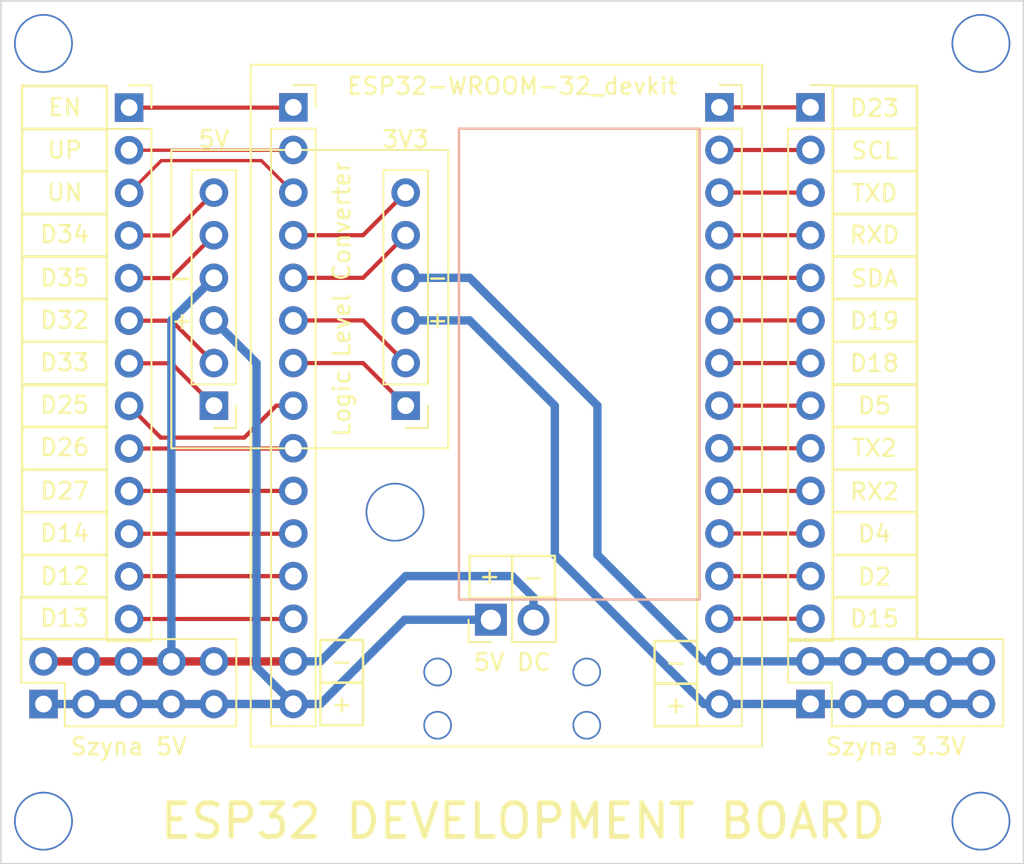
<source format=kicad_pcb>
(kicad_pcb (version 20211014) (generator pcbnew)
  (layers (0 "F.Cu" signal) (31 "B.Cu" signal) (34 "B.Paste" user) (35 "F.Paste" user) (36 "B.SilkS" user "B.Silkscreen") (37 "F.SilkS" user "F.Silkscreen") (38 "B.Mask" user) (39 "F.Mask" user) (44 "Edge.Cuts" user))
  (net 0 "")
  (net 1 "GND")
  (net 2 "5V")
  (net 3 "EN")
  (net 4 "UP")
  (net 5 "UN")
  (net 6 "D34_H")
  (net 7 "D35_H")
  (net 8 "D32_H")
  (net 9 "D33_H")
  (net 10 "D25")
  (net 11 "D26")
  (net 12 "D27")
  (net 13 "D14")
  (net 14 "D12")
  (net 15 "D13")
  (net 16 "D23")
  (net 17 "SCL")
  (net 18 "TXD")
  (net 19 "RXD")
  (net 20 "SDA")
  (net 21 "D19")
  (net 22 "D18")
  (net 23 "D5")
  (net 24 "TX2")
  (net 25 "RX2")
  (net 26 "D4")
  (net 27 "D2")
  (net 28 "D15")
  (net 29 "3V3")
  (net 30 "D33")
  (net 31 "D32")
  (net 32 "D35")
  (net 33 "D34")
  (footprint "my_Footprints:logic_level_converter" (layer "F.Cu") (at 118.11 101.6 180)
    (fp_text reference "Logic Level Converter" (at 5.08 6.35 90) (layer "F.SilkS"))
    (fp_text value "Logic_Level_Converter")
    (fp_line (start -0.06 1.27) (end -0.06 14.03) (layer "F.SilkS") (width 0.12))
    (fp_line (start -0.06 14.03) (end 2.6 14.03) (layer "F.SilkS") (width 0.12))
    (fp_line (start -0.06 1.27) (end 2.6 1.27) (layer "F.SilkS") (width 0.12))
    (fp_line (start 11.37 0) (end 11.37 -1.33) (layer "F.SilkS") (width 0.12))
    (fp_line (start -0.06 -1.33) (end 1.27 -1.33) (layer "F.SilkS") (width 0.12))
    (fp_line (start 14.03 1.27) (end 14.03 14.03) (layer "F.SilkS") (width 0.12))
    (fp_line (start -0.06 0) (end -0.06 -1.33) (layer "F.SilkS") (width 0.12))
    (fp_line (start 11.37 -1.33) (end 12.7 -1.33) (layer "F.SilkS") (width 0.12))
    (fp_line (start 11.37 1.27) (end 14.03 1.27) (layer "F.SilkS") (width 0.12))
    (fp_line (start 2.6 1.27) (end 2.6 14.03) (layer "F.SilkS") (width 0.12))
    (fp_line (start 11.37 1.27) (end 11.37 14.03) (layer "F.SilkS") (width 0.12))
    (fp_line (start 11.37 14.03) (end 14.03 14.03) (layer "F.SilkS") (width 0.12))
    (fp_rect (start -1.27 -2.54) (end 15.24 15.24) (layer "F.SilkS") (width 0.12) (fill none))
    (pad "1" thru_hole rect (at 1.27 0 180) (size 1.7 1.7) (drill 1) (layers *.Cu *.Mask) (net 30 "D33"))
    (pad "2" thru_hole oval (at 1.27 2.54 180) (size 1.7 1.7) (drill 1) (layers *.Cu *.Mask) (net 31 "D32"))
    (pad "3" thru_hole oval (at 1.27 5.08 180) (size 1.7 1.7) (drill 1) (layers *.Cu *.Mask) (net 29 "3V3"))
    (pad "4" thru_hole oval (at 1.27 7.62 180) (size 1.7 1.7) (drill 1) (layers *.Cu *.Mask) (net 1 "GND"))
    (pad "5" thru_hole oval (at 1.27 10.16 180) (size 1.7 1.7) (drill 1) (layers *.Cu *.Mask) (net 32 "D35"))
    (pad "6" thru_hole oval (at 1.27 12.7 180) (size 1.7 1.7) (drill 1) (layers *.Cu *.Mask) (net 33 "D34"))
    (pad "7" thru_hole rect (at 12.7 0 180) (size 1.7 1.7) (drill 1) (layers *.Cu *.Mask) (net 9 "D33_H"))
    (pad "8" thru_hole oval (at 12.7 2.54 180) (size 1.7 1.7) (drill 1) (layers *.Cu *.Mask) (net 8 "D32_H"))
    (pad "9" thru_hole oval (at 12.7 5.08 180) (size 1.7 1.7) (drill 1) (layers *.Cu *.Mask) (net 2 "5V"))
    (pad "10" thru_hole oval (at 12.7 7.62 180) (size 1.7 1.7) (drill 1) (layers *.Cu *.Mask) (net 1 "GND"))
    (pad "11" thru_hole oval (at 12.7 10.16 180) (size 1.7 1.7) (drill 1) (layers *.Cu *.Mask) (net 7 "D35_H"))
    (pad "12" thru_hole oval (at 12.7 12.7 180) (size 1.7 1.7) (drill 1) (layers *.Cu *.Mask) (net 6 "D34_H"))
  )
  (footprint "Connector_PinSocket_2.54mm:PinSocket_1x13_P2.54mm_Vertical" (layer "F.Cu") (at 140.97 83.82)
    (fp_text reference "J5" hide)
    (fp_text value "Conn_01x13")
    (fp_line (start 0 -1.33) (end 1.33 -1.33) (layer "F.SilkS") (width 0.12))
    (fp_line (start -1.33 1.27) (end -1.33 31.81) (layer "F.SilkS") (width 0.12))
    (fp_line (start 1.33 -1.33) (end 1.33 0) (layer "F.SilkS") (width 0.12))
    (fp_line (start -1.33 31.81) (end 1.33 31.81) (layer "F.SilkS") (width 0.12))
    (fp_line (start 1.33 1.27) (end 1.33 31.81) (layer "F.SilkS") (width 0.12))
    (fp_line (start -1.33 1.27) (end 1.33 1.27) (layer "F.SilkS") (width 0.12))
    (pad "1" thru_hole rect (at 0 0) (size 1.7 1.7) (drill 1) (layers *.Cu *.Mask) (net 16 "D23"))
    (pad "2" thru_hole oval (at 0 2.54) (size 1.7 1.7) (drill 1) (layers *.Cu *.Mask) (net 17 "SCL"))
    (pad "3" thru_hole oval (at 0 5.08) (size 1.7 1.7) (drill 1) (layers *.Cu *.Mask) (net 18 "TXD"))
    (pad "4" thru_hole oval (at 0 7.62) (size 1.7 1.7) (drill 1) (layers *.Cu *.Mask) (net 19 "RXD"))
    (pad "5" thru_hole oval (at 0 10.16) (size 1.7 1.7) (drill 1) (layers *.Cu *.Mask) (net 20 "SDA"))
    (pad "6" thru_hole oval (at 0 12.7) (size 1.7 1.7) (drill 1) (layers *.Cu *.Mask) (net 21 "D19"))
    (pad "7" thru_hole oval (at 0 15.24) (size 1.7 1.7) (drill 1) (layers *.Cu *.Mask) (net 22 "D18"))
    (pad "8" thru_hole oval (at 0 17.78) (size 1.7 1.7) (drill 1) (layers *.Cu *.Mask) (net 23 "D5"))
    (pad "9" thru_hole oval (at 0 20.32) (size 1.7 1.7) (drill 1) (layers *.Cu *.Mask) (net 24 "TX2"))
    (pad "10" thru_hole oval (at 0 22.86) (size 1.7 1.7) (drill 1) (layers *.Cu *.Mask) (net 25 "RX2"))
    (pad "11" thru_hole oval (at 0 25.4) (size 1.7 1.7) (drill 1) (layers *.Cu *.Mask) (net 26 "D4"))
    (pad "12" thru_hole oval (at 0 27.94) (size 1.7 1.7) (drill 1) (layers *.Cu *.Mask) (net 27 "D2"))
    (pad "13" thru_hole oval (at 0 30.48) (size 1.7 1.7) (drill 1) (layers *.Cu *.Mask) (net 28 "D15"))
  )
  (footprint "Connector_PinSocket_2.54mm:PinSocket_1x13_P2.54mm_Vertical" (layer "F.Cu") (at 100.355 83.835)
    (fp_text reference "J4" hide)
    (fp_text value "Conn_01x13")
    (fp_line (start -1.33 31.81) (end 1.33 31.81) (layer "F.SilkS") (width 0.12))
    (fp_line (start 0 -1.33) (end 1.33 -1.33) (layer "F.SilkS") (width 0.12))
    (fp_line (start 1.33 -1.33) (end 1.33 0) (layer "F.SilkS") (width 0.12))
    (fp_line (start 1.33 1.27) (end 1.33 31.81) (layer "F.SilkS") (width 0.12))
    (fp_line (start -1.33 1.27) (end -1.33 31.81) (layer "F.SilkS") (width 0.12))
    (fp_line (start -1.33 1.27) (end 1.33 1.27) (layer "F.SilkS") (width 0.12))
    (pad "1" thru_hole rect (at 0 0) (size 1.7 1.7) (drill 1) (layers *.Cu *.Mask) (net 3 "EN"))
    (pad "2" thru_hole oval (at 0 2.54) (size 1.7 1.7) (drill 1) (layers *.Cu *.Mask) (net 4 "UP"))
    (pad "3" thru_hole oval (at 0 5.08) (size 1.7 1.7) (drill 1) (layers *.Cu *.Mask) (net 5 "UN"))
    (pad "4" thru_hole oval (at 0 7.62) (size 1.7 1.7) (drill 1) (layers *.Cu *.Mask) (net 6 "D34_H"))
    (pad "5" thru_hole oval (at 0 10.16) (size 1.7 1.7) (drill 1) (layers *.Cu *.Mask) (net 7 "D35_H"))
    (pad "6" thru_hole oval (at 0 12.7) (size 1.7 1.7) (drill 1) (layers *.Cu *.Mask) (net 8 "D32_H"))
    (pad "7" thru_hole oval (at 0 15.24) (size 1.7 1.7) (drill 1) (layers *.Cu *.Mask) (net 9 "D33_H"))
    (pad "8" thru_hole oval (at 0 17.78) (size 1.7 1.7) (drill 1) (layers *.Cu *.Mask) (net 10 "D25"))
    (pad "9" thru_hole oval (at 0 20.32) (size 1.7 1.7) (drill 1) (layers *.Cu *.Mask) (net 11 "D26"))
    (pad "10" thru_hole oval (at 0 22.86) (size 1.7 1.7) (drill 1) (layers *.Cu *.Mask) (net 12 "D27"))
    (pad "11" thru_hole oval (at 0 25.4) (size 1.7 1.7) (drill 1) (layers *.Cu *.Mask) (net 13 "D14"))
    (pad "12" thru_hole oval (at 0 27.94) (size 1.7 1.7) (drill 1) (layers *.Cu *.Mask) (net 14 "D12"))
    (pad "13" thru_hole oval (at 0 30.48) (size 1.7 1.7) (drill 1) (layers *.Cu *.Mask) (net 15 "D13"))
  )
  (footprint "my_Footprints:PinHeader_2x05_P2.54mm_Vertical" (layer "F.Cu") (at 140.97 119.38 90)
    (fp_text reference "Szyna 3.3V" (at -2.54 5.08 180) (layer "F.SilkS"))
    (fp_text value "Szyna 3.3V")
    (fp_line (start 1.27 1.27) (end 1.27 -1.33) (layer "F.SilkS") (width 0.12))
    (fp_line (start -1.33 1.27) (end -1.33 11.49) (layer "F.SilkS") (width 0.12))
    (fp_line (start -1.33 11.49) (end 3.87 11.49) (layer "F.SilkS") (width 0.12))
    (fp_line (start 3.87 -1.33) (end 3.87 11.49) (layer "F.SilkS") (width 0.12))
    (fp_line (start -1.33 1.27) (end 1.27 1.27) (layer "F.SilkS") (width 0.12))
    (fp_line (start 1.27 -1.33) (end 3.87 -1.33) (layer "F.SilkS") (width 0.12))
    (pad "1" thru_hole rect (at 0 0 90) (size 1.7 1.7) (drill 1) (layers *.Cu *.Mask) (net 29 "3V3"))
    (pad "2" thru_hole oval (at 2.54 0 90) (size 1.7 1.7) (drill 1) (layers *.Cu *.Mask) (net 1 "GND"))
    (pad "3" thru_hole oval (at 0 2.54 90) (size 1.7 1.7) (drill 1) (layers *.Cu *.Mask) (net 29 "3V3"))
    (pad "4" thru_hole oval (at 2.54 2.54 90) (size 1.7 1.7) (drill 1) (layers *.Cu *.Mask) (net 1 "GND"))
    (pad "5" thru_hole oval (at 0 5.08 90) (size 1.7 1.7) (drill 1) (layers *.Cu *.Mask) (net 29 "3V3"))
    (pad "6" thru_hole oval (at 2.54 5.08 90) (size 1.7 1.7) (drill 1) (layers *.Cu *.Mask) (net 1 "GND"))
    (pad "7" thru_hole oval (at 0 7.62 90) (size 1.7 1.7) (drill 1) (layers *.Cu *.Mask) (net 29 "3V3"))
    (pad "8" thru_hole oval (at 2.54 7.62 90) (size 1.7 1.7) (drill 1) (layers *.Cu *.Mask) (net 1 "GND"))
    (pad "9" thru_hole oval (at 0 10.16 90) (size 1.7 1.7) (drill 1) (layers *.Cu *.Mask) (net 29 "3V3"))
    (pad "10" thru_hole oval (at 2.54 10.16 90) (size 1.7 1.7) (drill 1) (layers *.Cu *.Mask) (net 1 "GND"))
  )
  (footprint "Connector_PinHeader_2.54mm:PinHeader_1x02_P2.54mm_Vertical" (layer "F.Cu") (at 121.92 114.36 90)
    (fp_text reference "5V DC" (at -2.54 1.27 180) (layer "F.SilkS"))
    (fp_text value "5V DC")
    (fp_line (start -1.33 0) (end -1.33 -1.33) (layer "F.SilkS") (width 0.12))
    (fp_line (start -1.33 1.27) (end 1.33 1.27) (layer "F.SilkS") (width 0.12))
    (fp_line (start -1.33 -1.33) (end 0 -1.33) (layer "F.SilkS") (width 0.12))
    (fp_line (start -1.33 1.27) (end -1.33 3.87) (layer "F.SilkS") (width 0.12))
    (fp_line (start 1.33 1.27) (end 1.33 3.87) (layer "F.SilkS") (width 0.12))
    (fp_line (start -1.33 3.87) (end 1.33 3.87) (layer "F.SilkS") (width 0.12))
    (pad "1" thru_hole rect (at 0 0 90) (size 1.9 1.9) (drill 1.2) (layers *.Cu *.Mask) (net 2 "5V"))
    (pad "2" thru_hole oval (at 0 2.54 90) (size 1.9 1.9) (drill 1.2) (layers *.Cu *.Mask) (net 1 "GND"))
  )
  (footprint "my_Footprints:PinHeader_2x05_P2.54mm_Vertical" (layer "F.Cu") (at 95.255 119.385 90)
    (fp_text reference "Szyna 5V" (at -2.535 5.075 180) (layer "F.SilkS"))
    (fp_text value "Szyna 5V")
    (fp_line (start 3.87 -1.33) (end 3.87 11.49) (layer "F.SilkS") (width 0.12))
    (fp_line (start -1.33 1.27) (end 1.27 1.27) (layer "F.SilkS") (width 0.12))
    (fp_line (start 1.27 -1.33) (end 3.87 -1.33) (layer "F.SilkS") (width 0.12))
    (fp_line (start -1.33 1.27) (end -1.33 11.49) (layer "F.SilkS") (width 0.12))
    (fp_line (start 1.27 1.27) (end 1.27 -1.33) (layer "F.SilkS") (width 0.12))
    (fp_line (start -1.33 11.49) (end 3.87 11.49) (layer "F.SilkS") (width 0.12))
    (pad "1" thru_hole rect (at 0 0 90) (size 1.7 1.7) (drill 1) (layers *.Cu *.Mask) (net 2 "5V"))
    (pad "2" thru_hole oval (at 2.54 0 90) (size 1.7 1.7) (drill 1) (layers *.Cu *.Mask) (net 1 "GND"))
    (pad "3" thru_hole oval (at 0 2.54 90) (size 1.7 1.7) (drill 1) (layers *.Cu *.Mask) (net 2 "5V"))
    (pad "4" thru_hole oval (at 2.54 2.54 90) (size 1.7 1.7) (drill 1) (layers *.Cu *.Mask) (net 1 "GND"))
    (pad "5" thru_hole oval (at 0 5.08 90) (size 1.7 1.7) (drill 1) (layers *.Cu *.Mask) (net 2 "5V"))
    (pad "6" thru_hole oval (at 2.54 5.08 90) (size 1.7 1.7) (drill 1) (layers *.Cu *.Mask) (net 1 "GND"))
    (pad "7" thru_hole oval (at 0 7.62 90) (size 1.7 1.7) (drill 1) (layers *.Cu *.Mask) (net 2 "5V"))
    (pad "8" thru_hole oval (at 2.54 7.62 90) (size 1.7 1.7) (drill 1) (layers *.Cu *.Mask) (net 1 "GND"))
    (pad "9" thru_hole oval (at 0 10.16 90) (size 1.7 1.7) (drill 1) (layers *.Cu *.Mask) (net 2 "5V"))
    (pad "10" thru_hole oval (at 2.54 10.16 90) (size 1.7 1.7) (drill 1) (layers *.Cu *.Mask) (net 1 "GND"))
  )
  (footprint "my_Footprints:esp32-wroom-devkit-v2" (layer "F.Cu") (at 110.145 83.82)
    (fp_text reference "ESP32-WROOM-32_devkit" (at 13.045 -1.27) (layer "F.SilkS"))
    (fp_text value "ESP32-WROOM-32_devkit")
    (fp_line (start 24.07 1.27) (end 24.07 36.89) (layer "F.SilkS") (width 0.12))
    (fp_line (start 1.33 -1.33) (end 1.33 0) (layer "F.SilkS") (width 0.12))
    (fp_line (start 24.07 1.27) (end 26.73 1.27) (layer "F.SilkS") (width 0.12))
    (fp_line (start 26.73 -1.33) (end 26.73 0) (layer "F.SilkS") (width 0.12))
    (fp_line (start 1.33 1.27) (end 1.33 36.89) (layer "F.SilkS") (width 0.12))
    (fp_line (start -1.33 1.27) (end -1.33 36.89) (layer "F.SilkS") (width 0.12))
    (fp_line (start 26.73 1.27) (end 26.73 36.89) (layer "F.SilkS") (width 0.12))
    (fp_line (start 25.4 -1.33) (end 26.73 -1.33) (layer "F.SilkS") (width 0.12))
    (fp_line (start 0 -1.33) (end 1.33 -1.33) (layer "F.SilkS") (width 0.12))
    (fp_line (start -1.33 1.27) (end 1.33 1.27) (layer "F.SilkS") (width 0.12))
    (fp_line (start 24.07 36.89) (end 26.73 36.89) (layer "F.SilkS") (width 0.12))
    (fp_line (start -1.33 36.89) (end 1.33 36.89) (layer "F.SilkS") (width 0.12))
    (fp_rect (start -2.54 -2.54) (end 27.94 38.1) (layer "F.SilkS") (width 0.12) (fill none))
    (pad "1" thru_hole rect (at 0 0) (size 1.7 1.7) (drill 1) (layers *.Cu *.Mask) (net 3 "EN"))
    (pad "2" thru_hole oval (at 0 2.54) (size 1.7 1.7) (drill 1) (layers *.Cu *.Mask) (net 4 "UP"))
    (pad "3" thru_hole oval (at 0 5.08) (size 1.7 1.7) (drill 1) (layers *.Cu *.Mask) (net 5 "UN"))
    (pad "4" thru_hole oval (at 0 7.62) (size 1.7 1.7) (drill 1) (layers *.Cu *.Mask) (net 33 "D34"))
    (pad "5" thru_hole oval (at 0 10.16) (size 1.7 1.7) (drill 1) (layers *.Cu *.Mask) (net 32 "D35"))
    (pad "6" thru_hole oval (at 0 12.7) (size 1.7 1.7) (drill 1) (layers *.Cu *.Mask) (net 31 "D32"))
    (pad "7" thru_hole oval (at 0 15.24) (size 1.7 1.7) (drill 1) (layers *.Cu *.Mask) (net 30 "D33"))
    (pad "8" thru_hole oval (at 0 17.78) (size 1.7 1.7) (drill 1) (layers *.Cu *.Mask) (net 10 "D25"))
    (pad "9" thru_hole oval (at 0 20.32) (size 1.7 1.7) (drill 1) (layers *.Cu *.Mask) (net 11 "D26"))
    (pad "10" thru_hole oval (at 0 22.86) (size 1.7 1.7) (drill 1) (layers *.Cu *.Mask) (net 12 "D27"))
    (pad "11" thru_hole oval (at 0 25.4) (size 1.7 1.7) (drill 1) (layers *.Cu *.Mask) (net 13 "D14"))
    (pad "12" thru_hole oval (at 0 27.94) (size 1.7 1.7) (drill 1) (layers *.Cu *.Mask) (net 14 "D12"))
    (pad "13" thru_hole oval (at 0 30.48) (size 1.7 1.7) (drill 1) (layers *.Cu *.Mask) (net 15 "D13"))
    (pad "14" thru_hole oval (at 0 33.02) (size 1.7 1.7) (drill 1) (layers *.Cu *.Mask) (net 1 "GND"))
    (pad "15" thru_hole oval (at 0 35.56) (size 1.7 1.7) (drill 1) (layers *.Cu *.Mask) (net 2 "5V"))
    (pad "16" thru_hole rect (at 25.4 0) (size 1.7 1.7) (drill 1) (layers *.Cu *.Mask) (net 16 "D23"))
    (pad "17" thru_hole oval (at 25.4 2.54) (size 1.7 1.7) (drill 1) (layers *.Cu *.Mask) (net 17 "SCL"))
    (pad "18" thru_hole oval (at 25.4 5.08) (size 1.7 1.7) (drill 1) (layers *.Cu *.Mask) (net 18 "TXD"))
    (pad "19" thru_hole oval (at 25.4 7.62) (size 1.7 1.7) (drill 1) (layers *.Cu *.Mask) (net 19 "RXD"))
    (pad "20" thru_hole oval (at 25.4 10.16) (size 1.7 1.7) (drill 1) (layers *.Cu *.Mask) (net 20 "SDA"))
    (pad "21" thru_hole oval (at 25.4 12.7) (size 1.7 1.7) (drill 1) (layers *.Cu *.Mask) (net 21 "D19"))
    (pad "22" thru_hole oval (at 25.4 15.24) (size 1.7 1.7) (drill 1) (layers *.Cu *.Mask) (net 22 "D18"))
    (pad "23" thru_hole oval (at 25.4 17.78) (size 1.7 1.7) (drill 1) (layers *.Cu *.Mask) (net 23 "D5"))
    (pad "24" thru_hole oval (at 25.4 20.32) (size 1.7 1.7) (drill 1) (layers *.Cu *.Mask) (net 24 "TX2"))
    (pad "25" thru_hole oval (at 25.4 22.86) (size 1.7 1.7) (drill 1) (layers *.Cu *.Mask) (net 25 "RX2"))
    (pad "26" thru_hole oval (at 25.4 25.4) (size 1.7 1.7) (drill 1) (layers *.Cu *.Mask) (net 26 "D4"))
    (pad "27" thru_hole oval (at 25.4 27.94) (size 1.7 1.7) (drill 1) (layers *.Cu *.Mask) (net 27 "D2"))
    (pad "28" thru_hole oval (at 25.4 30.48) (size 1.7 1.7) (drill 1) (layers *.Cu *.Mask) (net 28 "D15"))
    (pad "29" thru_hole oval (at 25.4 33.02) (size 1.7 1.7) (drill 1) (layers *.Cu *.Mask) (net 1 "GND"))
    (pad "30" thru_hole oval (at 25.4 35.56) (size 1.7 1.7) (drill 1) (layers *.Cu *.Mask) (net 29 "3V3"))
  )
  (gr_rect (start 120.015 113.157) (end 134.366 85.09) (layer "B.SilkS") (width 0.15) (fill none))
  (gr_rect (start 147.32 92.71) (end 142.3 90.17) (layer "F.SilkS") (width 0.15) (fill none))
  (gr_rect (start 147.32 87.63) (end 142.3 85.09) (layer "F.SilkS") (width 0.15) (fill none))
  (gr_rect (start 147.32 102.87) (end 142.3 100.36) (layer "F.SilkS") (width 0.15) (fill none))
  (gr_rect (start 147.32 110.49) (end 142.3 107.95) (layer "F.SilkS") (width 0.15) (fill none))
  (gr_rect (start 111.76 118.11) (end 114.3 115.57) (layer "F.SilkS") (width 0.15) (fill none))
  (gr_rect (start 93.98 105.41) (end 99.025 102.87) (layer "F.SilkS") (width 0.15) (fill none))
  (gr_rect (start 93.98 100.33) (end 99.025 97.79) (layer "F.SilkS") (width 0.15) (fill none))
  (gr_rect (start 123.19 110.55) (end 120.65 113.09) (layer "F.SilkS") (width 0.15) (fill none))
  (gr_rect (start 93.98 113.03) (end 99.025 110.49) (layer "F.SilkS") (width 0.15) (fill none))
  (gr_rect (start 93.98 107.95) (end 99.025 105.41) (layer "F.SilkS") (width 0.15) (fill none))
  (gr_rect (start 111.76 118.11) (end 114.3 120.65) (layer "F.SilkS") (width 0.15) (fill none))
  (gr_rect (start 131.675 118.17) (end 134.215 120.71) (layer "F.SilkS") (width 0.15) (fill none))
  (gr_rect (start 93.925 115.515) (end 99.025 113.03) (layer "F.SilkS") (width 0.15) (fill none))
  (gr_rect (start 147.32 90.17) (end 142.3 87.63) (layer "F.SilkS") (width 0.15) (fill none))
  (gr_rect (start 147.32 107.95) (end 142.3 105.41) (layer "F.SilkS") (width 0.15) (fill none))
  (gr_rect (start 93.98 87.63) (end 99.025 85.105) (layer "F.SilkS") (width 0.15) (fill none))
  (gr_rect (start 147.32 82.55) (end 142.3 85.09) (layer "F.SilkS") (width 0.15) (fill none))
  (gr_rect (start 147.32 97.79) (end 142.3 95.25) (layer "F.SilkS") (width 0.15) (fill none))
  (gr_rect (start 93.98 97.79) (end 99.025 95.25) (layer "F.SilkS") (width 0.15) (fill none))
  (gr_rect (start 93.98 92.71) (end 99.025 90.17) (layer "F.SilkS") (width 0.15) (fill none))
  (gr_rect (start 93.98 82.55) (end 99.025 85.105) (layer "F.SilkS") (width 0.15) (fill none))
  (gr_rect (start 93.98 102.87) (end 99.025 100.375) (layer "F.SilkS") (width 0.15) (fill none))
  (gr_rect (start 147.32 113.03) (end 142.3 110.49) (layer "F.SilkS") (width 0.15) (fill none))
  (gr_rect (start 93.98 95.25) (end 99.025 92.71) (layer "F.SilkS") (width 0.15) (fill none))
  (gr_rect (start 147.32 105.41) (end 142.3 102.87) (layer "F.SilkS") (width 0.15) (fill none))
  (gr_rect (start 93.98 110.49) (end 99.025 107.95) (layer "F.SilkS") (width 0.15) (fill none))
  (gr_rect (start 93.98 90.17) (end 99.025 87.63) (layer "F.SilkS") (width 0.15) (fill none))
  (gr_rect (start 147.32 95.25) (end 142.3 92.71) (layer "F.SilkS") (width 0.15) (fill none))
  (gr_rect (start 123.19 113.03) (end 125.73 110.55) (layer "F.SilkS") (width 0.15) (fill none))
  (gr_rect (start 147.32 100.33) (end 142.3 97.79) (layer "F.SilkS") (width 0.15) (fill none))
  (gr_rect (start 131.675 118.17) (end 134.215 115.63) (layer "F.SilkS") (width 0.15) (fill none))
  (gr_rect (start 147.32 115.51) (end 142.3 113.03) (layer "F.SilkS") (width 0.15) (fill none))
  (gr_rect (start 92.71 77.47) (end 153.67 128.905) (layer "Edge.Cuts") (width 0.1) (fill none))
  (gr_text "+" (at 113.03 119.38) (layer "F.SilkS") (effects (font (size 1 1))))
  (gr_text "D2" (at 144.786871 111.801821) (layer "F.SilkS") (effects (font (size 1 1))))
  (gr_text "ESP32 DEVELOPMENT BOARD" (at 123.825 126.365) (layer "F.SilkS") (effects (font (size 2 2) (thickness 0.3))))
  (gr_text "D5" (at 144.78 101.599552) (layer "F.SilkS") (effects (font (size 1 1))))
  (gr_text "D35" (at 96.52 93.98) (layer "F.SilkS") (effects (font (size 1 1))))
  (gr_text "-" (at 113.03 116.84) (layer "F.SilkS") (effects (font (size 1 1))))
  (gr_text "+" (at 118.745 96.49) (layer "F.SilkS") (effects (font (size 1 1))))
  (gr_text "D32" (at 96.513129 96.501628) (layer "F.SilkS") (effects (font (size 1 1))))
  (gr_text "5V" (at 105.41 85.725) (layer "F.SilkS") (effects (font (size 1 1))))
  (gr_text "UN" (at 96.52 88.9) (layer "F.SilkS") (effects (font (size 1 1))))
  (gr_text "D12" (at 96.52 111.76) (layer "F.SilkS") (effects (font (size 1 1))))
  (gr_text "RXD" (at 144.78 91.427155) (layer "F.SilkS") (effects (font (size 1 1))))
  (gr_text "D14" (at 96.513129 109.202076) (layer "F.SilkS") (effects (font (size 1 1))))
  (gr_text "+" (at 121.92 111.82 270) (layer "F.SilkS") (effects (font (size 1 1))))
  (gr_text "D23" (at 144.786871 83.861821) (layer "F.SilkS") (effects (font (size 1 1))))
  (gr_text "-" (at 118.745 93.95) (layer "F.SilkS") (effects (font (size 1 1))))
  (gr_text "TXD" (at 144.786871 88.941821) (layer "F.SilkS") (effects (font (size 1 1))))
  (gr_text "D13" (at 96.513129 114.258179) (layer "F.SilkS") (effects (font (size 1 1))))
  (gr_text "3V3" (at 116.84 85.725) (layer "F.SilkS") (effects (font (size 1 1))))
  (gr_text "-" (at 103.505 93.98) (layer "F.SilkS") (effects (font (size 1 1))))
  (gr_text "D19" (at 144.78 96.543449) (layer "F.SilkS") (effects (font (size 1 1))))
  (gr_text "D15" (at 144.78 114.3) (layer "F.SilkS") (effects (font (size 1 1))))
  (gr_text "RX2" (at 144.786871 106.721821) (layer "F.SilkS") (effects (font (size 1 1))))
  (gr_text "D33" (at 96.513129 99.02968) (layer "F.SilkS") (effects (font (size 1 1))))
  (gr_text "-" (at 124.46 111.82) (layer "F.SilkS") (effects (font (size 1 1))))
  (gr_text "+" (at 132.945 119.44) (layer "F.SilkS") (effects (font (size 1 1))))
  (gr_text "SDA" (at 144.786871 94.021821) (layer "F.SilkS") (effects (font (size 1 1))))
  (gr_text "D34" (at 96.513129 91.385334) (layer "F.SilkS") (effects (font (size 1 1))))
  (gr_text "TX2" (at 144.78 104.127603) (layer "F.SilkS") (effects (font (size 1 1))))
  (gr_text "D4" (at 144.78 109.243897) (layer "F.SilkS") (effects (font (size 1 1))))
  (gr_text "UP" (at 96.52 86.36) (layer "F.SilkS") (effects (font (size 1 1))))
  (gr_text "SCL" (at 144.786871 86.401821) (layer "F.SilkS") (effects (font (size 1 1))))
  (gr_text "D26" (at 96.513129 104.085782) (layer "F.SilkS") (effects (font (size 1 1))))
  (gr_text "D25" (at 96.513129 101.557731) (layer "F.SilkS") (effects (font (size 1 1))))
  (gr_text "EN" (at 96.52 83.82) (layer "F.SilkS") (effects (font (size 1 1))))
  (gr_text "D27" (at 96.52 106.68) (layer "F.SilkS") (effects (font (size 1 1))))
  (gr_text "+" (at 103.505 96.52) (layer "F.SilkS") (effects (font (size 1 1))))
  (gr_text "D18" (at 144.78 99.071501) (layer "F.SilkS") (effects (font (size 1 1))))
  (gr_text "-" (at 132.945 116.9) (layer "F.SilkS") (effects (font (size 1 1))))
  (via (at 118.745 120.65) (size 1.7) (drill 1.5) (layers "F.Cu" "B.Cu") (net 0))
  (via (at 95.25 126.365) (size 3.5) (drill 3.3) (layers "F.Cu" "B.Cu") (net 0))
  (via (at 118.745 117.475) (size 1.7) (drill 1.5) (layers "F.Cu" "B.Cu") (net 0))
  (via (at 151.13 80.01) (size 3.5) (drill 3.3) (layers "F.Cu" "B.Cu") (net 0))
  (via (at 127.635 120.65) (size 1.7) (drill 1.5) (layers "F.Cu" "B.Cu") (net 0))
  (via (at 116.205 107.95) (size 3.5) (drill 3.3) (layers "F.Cu" "B.Cu") (net 0))
  (via (at 95.25 80.01) (size 3.5) (drill 3.3) (layers "F.Cu" "B.Cu") (net 0))
  (via (at 127.635 117.475) (size 1.7) (drill 1.5) (layers "F.Cu" "B.Cu") (net 0))
  (via (at 151.13 126.365) (size 3.5) (drill 3.3) (layers "F.Cu" "B.Cu") (net 0))
  (segment (start 95.255 116.845) (end 97.795 116.845) (width 0.5) (layer "F.Cu") (net 1))
  (segment (start 105.415 116.845) (end 110.14 116.845) (width 0.5) (layer "F.Cu") (net 1))
  (segment (start 102.875 116.845) (end 100.335 116.845) (width 0.5) (layer "F.Cu") (net 1))
  (segment (start 105.415 116.845) (end 102.875 116.845) (width 0.5) (layer "F.Cu") (net 1))
  (segment (start 97.795 116.845) (end 100.335 116.845) (width 0.5) (layer "F.Cu") (net 1))
  (segment (start 110.14 116.845) (end 110.145 116.84) (width 0.25) (layer "F.Cu") (net 1))
  (segment (start 105.41 93.98) (end 102.87 96.52) (width 0.5) (layer "B.Cu") (net 1))
  (segment (start 120.65 93.98) (end 116.84 93.98) (width 0.5) (layer "B.Cu") (net 1))
  (segment (start 102.875 96.525) (end 102.875 116.845) (width 0.5) (layer "B.Cu") (net 1))
  (segment (start 128.27 110.49) (end 128.27 101.6) (width 0.5) (layer "B.Cu") (net 1))
  (segment (start 134.62 116.84) (end 128.27 110.49) (width 0.5) (layer "B.Cu") (net 1))
  (segment (start 151.13 116.84) (end 148.59 116.84) (width 0.5) (layer "B.Cu") (net 1))
  (segment (start 128.27 101.6) (end 120.65 93.98) (width 0.5) (layer "B.Cu") (net 1))
  (segment (start 124.46 113.03) (end 124.46 114.36) (width 0.5) (layer "B.Cu") (net 1))
  (segment (start 116.84 111.76) (end 123.19 111.76) (width 0.5) (layer "B.Cu") (net 1))
  (segment (start 135.545 116.84) (end 134.62 116.84) (width 0.5) (layer "B.Cu") (net 1))
  (segment (start 110.145 116.84) (end 111.76 116.84) (width 0.5) (layer "B.Cu") (net 1))
  (segment (start 143.51 116.84) (end 146.05 116.84) (width 0.5) (layer "B.Cu") (net 1))
  (segment (start 140.97 116.84) (end 143.51 116.84) (width 0.5) (layer "B.Cu") (net 1))
  (segment (start 111.76 116.84) (end 116.84 111.76) (width 0.5) (layer "B.Cu") (net 1))
  (segment (start 135.545 116.84) (end 140.97 116.84) (width 0.5) (layer "B.Cu") (net 1))
  (segment (start 148.59 116.84) (end 146.05 116.84) (width 0.5) (layer "B.Cu") (net 1))
  (segment (start 123.19 111.76) (end 124.46 113.03) (width 0.5) (layer "B.Cu") (net 1))
  (segment (start 102.87 96.52) (end 102.875 96.525) (width 0.5) (layer "B.Cu") (net 1))
  (segment (start 110.14 119.385) (end 110.145 119.38) (width 0.25) (layer "F.Cu") (net 2))
  (segment (start 116.78 114.36) (end 121.92 114.36) (width 0.5) (layer "B.Cu") (net 2))
  (segment (start 97.795 119.385) (end 100.335 119.385) (width 0.5) (layer "B.Cu") (net 2))
  (segment (start 111.76 119.38) (end 116.78 114.36) (width 0.5) (layer "B.Cu") (net 2))
  (segment (start 105.42 119.38) (end 105.415 119.385) (width 0.25) (layer "B.Cu") (net 2))
  (segment (start 107.95 117.185) (end 110.145 119.38) (width 0.5) (layer "B.Cu") (net 2))
  (segment (start 105.415 119.385) (end 102.875 119.385) (width 0.5) (layer "B.Cu") (net 2))
  (segment (start 110.145 119.38) (end 105.42 119.38) (width 0.5) (layer "B.Cu") (net 2))
  (segment (start 105.41 96.52) (end 107.95 99.06) (width 0.5) (layer "B.Cu") (net 2))
  (segment (start 95.255 119.385) (end 97.795 119.385) (width 0.5) (layer "B.Cu") (net 2))
  (segment (start 110.145 119.38) (end 111.76 119.38) (width 0.5) (layer "B.Cu") (net 2))
  (segment (start 107.95 99.06) (end 107.95 117.185) (width 0.5) (layer "B.Cu") (net 2))
  (segment (start 102.875 119.385) (end 100.335 119.385) (width 0.5) (layer "B.Cu") (net 2))
  (segment (start 110.13 83.835) (end 110.145 83.82) (width 0.25) (layer "F.Cu") (net 3))
  (segment (start 100.355 83.835) (end 110.13 83.835) (width 0.25) (layer "F.Cu") (net 3))
  (segment (start 100.355 86.375) (end 110.13 86.375) (width 0.2) (layer "F.Cu") (net 4))
  (segment (start 110.13 86.375) (end 110.145 86.36) (width 0.2) (layer "F.Cu") (net 4))
  (segment (start 102.275 86.995) (end 108.24 86.995) (width 0.2) (layer "F.Cu") (net 5))
  (segment (start 108.24 86.995) (end 110.145 88.9) (width 0.2) (layer "F.Cu") (net 5))
  (segment (start 100.355 88.915) (end 102.275 86.995) (width 0.2) (layer "F.Cu") (net 5))
  (segment (start 102.855 91.455) (end 105.41 88.9) (width 0.25) (layer "F.Cu") (net 6))
  (segment (start 100.355 91.455) (end 102.855 91.455) (width 0.25) (layer "F.Cu") (net 6))
  (segment (start 102.855 93.995) (end 105.41 91.44) (width 0.25) (layer "F.Cu") (net 7))
  (segment (start 100.355 93.995) (end 102.855 93.995) (width 0.25) (layer "F.Cu") (net 7))
  (segment (start 100.355 96.535) (end 102.885 96.535) (width 0.25) (layer "F.Cu") (net 8))
  (segment (start 102.885 96.535) (end 105.41 99.06) (width 0.25) (layer "F.Cu") (net 8))
  (segment (start 102.885 99.075) (end 105.41 101.6) (width 0.25) (layer "F.Cu") (net 9))
  (segment (start 100.355 99.075) (end 102.885 99.075) (width 0.25) (layer "F.Cu") (net 9))
  (segment (start 100.355 101.615) (end 102.245 103.505) (width 0.25) (layer "F.Cu") (net 10))
  (segment (start 107.219511 103.505) (end 109.124511 101.6) (width 0.25) (layer "F.Cu") (net 10))
  (segment (start 102.245 103.505) (end 107.219511 103.505) (width 0.25) (layer "F.Cu") (net 10))
  (segment (start 109.124511 101.6) (end 110.145 101.6) (width 0.25) (layer "F.Cu") (net 10))
  (segment (start 100.355 104.155) (end 110.13 104.155) (width 0.25) (layer "F.Cu") (net 11))
  (segment (start 110.13 104.155) (end 110.145 104.14) (width 0.25) (layer "F.Cu") (net 11))
  (segment (start 100.37 106.68) (end 100.355 106.695) (width 0.25) (layer "F.Cu") (net 12))
  (segment (start 110.145 106.68) (end 100.37 106.68) (width 0.25) (layer "F.Cu") (net 12))
  (segment (start 100.355 109.235) (end 110.13 109.235) (width 0.25) (layer "F.Cu") (net 13))
  (segment (start 110.13 109.235) (end 110.145 109.22) (width 0.25) (layer "F.Cu") (net 13))
  (segment (start 110.145 111.76) (end 100.37 111.76) (width 0.25) (layer "F.Cu") (net 14))
  (segment (start 100.37 111.76) (end 100.355 111.775) (width 0.25) (layer "F.Cu") (net 14))
  (segment (start 110.13 114.315) (end 110.145 114.3) (width 0.25) (layer "F.Cu") (net 15))
  (segment (start 100.355 114.315) (end 110.13 114.315) (width 0.25) (layer "F.Cu") (net 15))
  (segment (start 135.545 83.82) (end 140.97 83.82) (width 0.25) (layer "F.Cu") (net 16))
  (segment (start 135.545 86.36) (end 140.97 86.36) (width 0.25) (layer "F.Cu") (net 17))
  (segment (start 135.545 88.9) (end 140.97 88.9) (width 0.25) (layer "F.Cu") (net 18))
  (segment (start 135.545 91.44) (end 140.97 91.44) (width 0.25) (layer "F.Cu") (net 19))
  (segment (start 135.545 93.98) (end 140.97 93.98) (width 0.25) (layer "F.Cu") (net 20))
  (segment (start 135.545 96.52) (end 140.97 96.52) (width 0.25) (layer "F.Cu") (net 21))
  (segment (start 135.545 99.06) (end 140.97 99.06) (width 0.25) (layer "F.Cu") (net 22))
  (segment (start 135.545 101.6) (end 140.97 101.6) (width 0.25) (layer "F.Cu") (net 23))
  (segment (start 135.545 104.14) (end 140.97 104.14) (width 0.25) (layer "F.Cu") (net 24))
  (segment (start 135.545 106.68) (end 140.97 106.68) (width 0.25) (layer "F.Cu") (net 25))
  (segment (start 135.545 109.22) (end 140.97 109.22) (width 0.25) (layer "F.Cu") (net 26))
  (segment (start 135.545 111.76) (end 140.97 111.76) (width 0.25) (layer "F.Cu") (net 27))
  (segment (start 135.545 114.3) (end 140.97 114.3) (width 0.25) (layer "F.Cu") (net 28))
  (segment (start 143.51 119.38) (end 146.05 119.38) (width 0.5) (layer "B.Cu") (net 29))
  (segment (start 125.73 110.49) (end 125.73 101.6) (width 0.5) (layer "B.Cu") (net 29))
  (segment (start 151.13 119.38) (end 148.59 119.38) (width 0.5) (layer "B.Cu") (net 29))
  (segment (start 140.97 119.38) (end 143.51 119.38) (width 0.5) (layer "B.Cu") (net 29))
  (segment (start 125.73 101.6) (end 120.65 96.52) (width 0.5) (layer "B.Cu") (net 29))
  (segment (start 134.62 119.38) (end 125.73 110.49) (width 0.5) (layer "B.Cu") (net 29))
  (segment (start 146.05 119.38) (end 148.59 119.38) (width 0.5) (layer "B.Cu") (net 29))
  (segment (start 120.65 96.52) (end 116.84 96.52) (width 0.5) (layer "B.Cu") (net 29))
  (segment (start 135.545 119.38) (end 134.62 119.38) (width 0.5) (layer "B.Cu") (net 29))
  (segment (start 135.545 119.38) (end 140.97 119.38) (width 0.5) (layer "B.Cu") (net 29))
  (segment (start 114.3 99.06) (end 116.84 101.6) (width 0.25) (layer "F.Cu") (net 30))
  (segment (start 110.145 99.06) (end 114.3 99.06) (width 0.25) (layer "F.Cu") (net 30))
  (segment (start 114.3 96.52) (end 116.84 99.06) (width 0.25) (layer "F.Cu") (net 31))
  (segment (start 110.145 96.52) (end 114.3 96.52) (width 0.25) (layer "F.Cu") (net 31))
  (segment (start 110.145 93.98) (end 114.3 93.98) (width 0.25) (layer "F.Cu") (net 32))
  (segment (start 114.3 93.98) (end 116.84 91.44) (width 0.25) (layer "F.Cu") (net 32))
  (segment (start 114.3 91.44) (end 116.84 88.9) (width 0.25) (layer "F.Cu") (net 33))
  (segment (start 110.145 91.44) (end 114.3 91.44) (width 0.25) (layer "F.Cu") (net 33))
)
</source>
